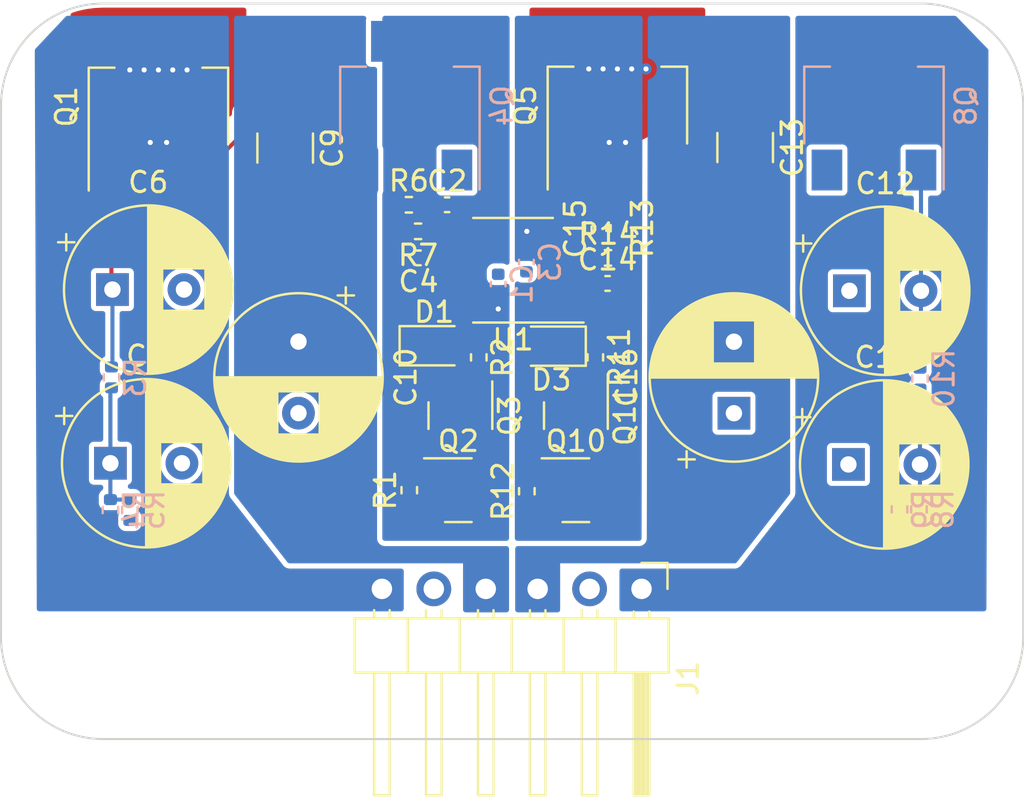
<source format=kicad_pcb>
(kicad_pcb (version 20221018) (generator pcbnew)
  (layers (0 "F.Cu" signal "Top") (1 "In1.Cu" signal "Sec Top") (2 "In2.Cu" signal "Sec Bot") (31 "B.Cu" signal "Bot") (34 "B.Paste" user) (35 "F.Paste" user) (36 "B.SilkS" user "B.Silkscreen") (37 "F.SilkS" user "F.Silkscreen") (38 "B.Mask" user) (39 "F.Mask" user) (44 "Edge.Cuts" user))
  (net 0 "")
  (net 1 "Net-(C2-Pad2)")
  (net 2 "Net-(D1-A)")
  (net 3 "GND")
  (net 4 "Net-(C5-Pad1)")
  (net 5 "+15V")
  (net 6 "+12V")
  (net 7 "Net-(Q2-B)")
  (net 8 "Net-(Q2-C)")
  (net 9 "Net-(C6-Pad1)")
  (net 10 "Net-(C11-Pad2)")
  (net 11 "Net-(C12-Pad2)")
  (net 12 "-12V")
  (net 13 "-15V")
  (net 14 "Net-(C15-Pad2)")
  (net 15 "Net-(Q10-B)")
  (net 16 "Net-(Q10-C)")
  (net 17 "Net-(D3-K)")
  (net 18 "Net-(U1B-+)")
  (net 19 "Net-(U1A-+)")
  (net 20 "V+")
  (net 21 "V-")
  (footprint "Package_SO:SOIC-8_3.9x4.9mm_P1.27mm" (layer "F.Cu") (at 75.045 63.055 180)
    (fp_text reference "U1" (at 0 -3.4) (layer "F.SilkS"))
    (fp_text value "LM4562")
    (pad "1" smd roundrect (at -2.475 -1.905 180) (size 1.95 0.6) (layers "F.Cu" "F.Paste" "F.Mask") (net 14 "Net-(C15-Pad2)"))
    (pad "2" smd roundrect (at -2.475 -0.635 180) (size 1.95 0.6) (layers "F.Cu" "F.Paste" "F.Mask") (net 17 "Net-(D3-K)"))
    (pad "3" smd roundrect (at -2.475 0.635 180) (size 1.95 0.6) (layers "F.Cu" "F.Paste" "F.Mask") (net 19 "Net-(U1A-+)"))
    (pad "4" smd roundrect (at -2.475 1.905 180) (size 1.95 0.6) (layers "F.Cu" "F.Paste" "F.Mask") (net 21 "V-"))
    (pad "5" smd roundrect (at 2.475 1.905 180) (size 1.95 0.6) (layers "F.Cu" "F.Paste" "F.Mask") (net 18 "Net-(U1B-+)"))
    (pad "6" smd roundrect (at 2.475 0.635 180) (size 1.95 0.6) (layers "F.Cu" "F.Paste" "F.Mask") (net 2 "Net-(D1-A)"))
    (pad "7" smd roundrect (at 2.475 -0.635 180) (size 1.95 0.6) (layers "F.Cu" "F.Paste" "F.Mask") (net 1 "Net-(C2-Pad2)"))
    (pad "8" smd roundrect (at 2.475 -1.905 180) (size 1.95 0.6) (layers "F.Cu" "F.Paste" "F.Mask") (net 20 "V+"))
  )
  (footprint "Package_TO_SOT_SMD:SOT-23" (layer "F.Cu") (at 72.37 73.82)
    (fp_text reference "Q2" (at 0 -2.4) (layer "F.SilkS"))
    (fp_text value "BC857")
    (pad "1" smd roundrect (at -0.9375 -0.95) (size 1.475 0.6) (layers "F.Cu" "F.Paste" "F.Mask") (net 7 "Net-(Q2-B)"))
    (pad "2" smd roundrect (at -0.9375 0.95) (size 1.475 0.6) (layers "F.Cu" "F.Paste" "F.Mask") (net 20 "V+"))
    (pad "3" smd roundrect (at 0.9375 0) (size 1.475 0.6) (layers "F.Cu" "F.Paste" "F.Mask") (net 8 "Net-(Q2-C)"))
  )
  (footprint "Package_TO_SOT_SMD:SOT-223" (layer "F.Cu") (at 80.15 55 90)
    (fp_text reference "Q5" (at 0 -4.5 90) (layer "F.SilkS"))
    (fp_text value "PZT2907AT3G")
    (pad "1" smd rect (at -3.15 -2.3 90) (size 2 1.5) (layers "F.Cu" "F.Paste" "F.Mask") (net 14 "Net-(C15-Pad2)"))
    (pad "2" smd rect (at -3.15 0 90) (size 2 1.5) (layers "F.Cu" "F.Paste" "F.Mask") (net 21 "V-"))
    (pad "3" smd rect (at -3.15 2.3 90) (size 2 1.5) (layers "F.Cu" "F.Paste" "F.Mask") (net 12 "-12V"))
    (pad "4" smd rect (at 3.15 0 90) (size 2 3.8) (layers "F.Cu" "F.Paste" "F.Mask") (net 21 "V-"))
  )
  (footprint "Resistor_SMD:R_0402_1005Metric" (layer "F.Cu") (at 79.69 62.45)
    (fp_text reference "R14" (at 0 -1.17) (layer "F.SilkS"))
    (fp_text value "2k4")
    (pad "1" smd roundrect (at -0.51 0) (size 0.54 0.64) (layers "F.Cu" "F.Paste" "F.Mask") (net 19 "Net-(U1A-+)"))
    (pad "2" smd roundrect (at 0.51 0) (size 0.54 0.64) (layers "F.Cu" "F.Paste" "F.Mask") (net 3 "GND"))
  )
  (footprint "Capacitor_THT:CP_Radial_D8.0mm_P3.50mm" (layer "F.Cu") (at 85.85 70.052651 90)
    (fp_text reference "C16" (at 1.75 -5.25 90) (layer "F.SilkS"))
    (fp_text value "100u")
    (pad "1" thru_hole rect (at 0 0 90) (size 1.6 1.6) (drill 0.8) (layers "*.Cu" "*.Mask") (net 3 "GND"))
    (pad "2" thru_hole circle (at 3.5 0 90) (size 1.6 1.6) (drill 0.8) (layers "*.Cu" "*.Mask") (net 12 "-12V"))
  )
  (footprint "Capacitor_SMD:C_0402_1005Metric" (layer "F.Cu") (at 71.82 59.85)
    (fp_text reference "C2" (at 0 -1.16) (layer "F.SilkS"))
    (fp_text value "100p")
    (pad "1" smd roundrect (at -0.48 0) (size 0.56 0.62) (layers "F.Cu" "F.Paste" "F.Mask") (net 18 "Net-(U1B-+)"))
    (pad "2" smd roundrect (at 0.48 0) (size 0.56 0.62) (layers "F.Cu" "F.Paste" "F.Mask") (net 1 "Net-(C2-Pad2)"))
  )
  (footprint "Package_TO_SOT_SMD:SOT-23" (layer "F.Cu") (at 72.47 70.17 -90)
    (fp_text reference "Q3" (at 0 -2.4 90) (layer "F.SilkS"))
    (fp_text value "BC857")
    (pad "1" smd roundrect (at -0.9375 -0.95 270) (size 1.475 0.6) (layers "F.Cu" "F.Paste" "F.Mask") (net 8 "Net-(Q2-C)"))
    (pad "2" smd roundrect (at -0.9375 0.95 270) (size 1.475 0.6) (layers "F.Cu" "F.Paste" "F.Mask") (net 7 "Net-(Q2-B)"))
    (pad "3" smd roundrect (at 0.9375 0 270) (size 1.475 0.6) (layers "F.Cu" "F.Paste" "F.Mask") (net 2 "Net-(D1-A)"))
  )
  (footprint "Package_TO_SOT_SMD:SOT-223" (layer "F.Cu") (at 57.7 55.05 90)
    (fp_text reference "Q1" (at 0 -4.5 90) (layer "F.SilkS"))
    (fp_text value "PZT2222AT3G")
    (pad "1" smd rect (at -3.15 -2.3 90) (size 2 1.5) (layers "F.Cu" "F.Paste" "F.Mask") (net 9 "Net-(C6-Pad1)"))
    (pad "2" smd rect (at -3.15 0 90) (size 2 1.5) (layers "F.Cu" "F.Paste" "F.Mask") (net 5 "+15V"))
    (pad "3" smd rect (at -3.15 2.3 90) (size 2 1.5) (layers "F.Cu" "F.Paste" "F.Mask") (net 20 "V+"))
    (pad "4" smd rect (at 3.15 0 90) (size 2 3.8) (layers "F.Cu" "F.Paste" "F.Mask") (net 5 "+15V"))
  )
  (footprint "Package_TO_SOT_SMD:SOT-23" (layer "F.Cu") (at 78.12 73.82)
    (fp_text reference "Q10" (at 0 -2.4) (layer "F.SilkS"))
    (fp_text value "BC857")
    (pad "1" smd roundrect (at -0.9375 -0.95) (size 1.475 0.6) (layers "F.Cu" "F.Paste" "F.Mask") (net 15 "Net-(Q10-B)"))
    (pad "2" smd roundrect (at -0.9375 0.95) (size 1.475 0.6) (layers "F.Cu" "F.Paste" "F.Mask") (net 21 "V-"))
    (pad "3" smd roundrect (at 0.9375 0) (size 1.475 0.6) (layers "F.Cu" "F.Paste" "F.Mask") (net 16 "Net-(Q10-C)"))
  )
  (footprint "Resistor_SMD:R_0402_1005Metric" (layer "F.Cu") (at 75.72 73.87 90)
    (fp_text reference "R12" (at 0 -1.17 90) (layer "F.SilkS"))
    (fp_text value "780R")
    (pad "1" smd roundrect (at -0.51 0 90) (size 0.54 0.64) (layers "F.Cu" "F.Paste" "F.Mask") (net 21 "V-"))
    (pad "2" smd roundrect (at 0.51 0 90) (size 0.54 0.64) (layers "F.Cu" "F.Paste" "F.Mask") (net 15 "Net-(Q10-B)"))
  )
  (footprint "Capacitor_THT:CP_Radial_D8.0mm_P3.50mm" (layer "F.Cu") (at 91.497349 64.06)
    (fp_text reference "C12" (at 1.75 -5.25) (layer "F.SilkS"))
    (fp_text value "100u")
    (pad "1" thru_hole rect (at 0 0) (size 1.6 1.6) (drill 0.8) (layers "*.Cu" "*.Mask") (net 3 "GND"))
    (pad "2" thru_hole circle (at 3.5 0) (size 1.6 1.6) (drill 0.8) (layers "*.Cu" "*.Mask") (net 11 "Net-(C12-Pad2)"))
  )
  (footprint "Capacitor_THT:CP_Radial_D8.0mm_P3.50mm" (layer "F.Cu") (at 91.45 72.56)
    (fp_text reference "C11" (at 1.75 -5.25) (layer "F.SilkS"))
    (fp_text value "100u")
    (pad "1" thru_hole rect (at 0 0) (size 1.6 1.6) (drill 0.8) (layers "*.Cu" "*.Mask") (net 3 "GND"))
    (pad "2" thru_hole circle (at 3.5 0) (size 1.6 1.6) (drill 0.8) (layers "*.Cu" "*.Mask") (net 10 "Net-(C11-Pad2)"))
  )
  (footprint "LED_SMD:LED_0805_2012Metric" (layer "F.Cu") (at 71.1825 66.75)
    (fp_text reference "D1" (at 0 -1.65) (layer "F.SilkS"))
    (fp_text value "LED")
    (pad "1" smd roundrect (at -0.9375 0) (size 0.975 1.4) (layers "F.Cu" "F.Paste" "F.Mask") (net 3 "GND"))
    (pad "2" smd roundrect (at 0.9375 0) (size 0.975 1.4) (layers "F.Cu" "F.Paste" "F.Mask") (net 2 "Net-(D1-A)"))
  )
  (footprint "Resistor_SMD:R_0402_1005Metric" (layer "F.Cu") (at 69.97 73.82 90)
    (fp_text reference "R1" (at 0 -1.17 90) (layer "F.SilkS"))
    (fp_text value "780R")
    (pad "1" smd roundrect (at -0.51 0 90) (size 0.54 0.64) (layers "F.Cu" "F.Paste" "F.Mask") (net 20 "V+"))
    (pad "2" smd roundrect (at 0.51 0 90) (size 0.54 0.64) (layers "F.Cu" "F.Paste" "F.Mask") (net 7 "Net-(Q2-B)"))
  )
  (footprint "Capacitor_THT:CP_Radial_D8.0mm_P3.50mm" (layer "F.Cu") (at 55.45 64)
    (fp_text reference "C6" (at 1.75 -5.25) (layer "F.SilkS"))
    (fp_text value "100u")
    (pad "1" thru_hole rect (at 0 0) (size 1.6 1.6) (drill 0.8) (layers "*.Cu" "*.Mask") (net 9 "Net-(C6-Pad1)"))
    (pad "2" thru_hole circle (at 3.5 0) (size 1.6 1.6) (drill 0.8) (layers "*.Cu" "*.Mask") (net 3 "GND"))
  )
  (footprint "Resistor_SMD:R_0402_1005Metric" (layer "F.Cu") (at 69.95 59.85)
    (fp_text reference "R6" (at 0 -1.17) (layer "F.SilkS"))
    (fp_text value "8k2")
    (pad "1" smd roundrect (at -0.51 0) (size 0.54 0.64) (layers "F.Cu" "F.Paste" "F.Mask") (net 6 "+12V"))
    (pad "2" smd roundrect (at 0.51 0) (size 0.54 0.64) (layers "F.Cu" "F.Paste" "F.Mask") (net 18 "Net-(U1B-+)"))
  )
  (footprint "Capacitor_SMD:C_0402_1005Metric" (layer "F.Cu") (at 79.25 61.02 90)
    (fp_text reference "C15" (at 0 -1.16 90) (layer "F.SilkS"))
    (fp_text value "100p")
    (pad "1" smd roundrect (at -0.48 0 90) (size 0.56 0.62) (layers "F.Cu" "F.Paste" "F.Mask") (net 19 "Net-(U1A-+)"))
    (pad "2" smd roundrect (at 0.48 0 90) (size 0.56 0.62) (layers "F.Cu" "F.Paste" "F.Mask") (net 14 "Net-(C15-Pad2)"))
  )
  (footprint "Capacitor_SMD:C_0402_1005Metric" (layer "F.Cu") (at 70.42 62.45 180)
    (fp_text reference "C4" (at 0 -1.16) (layer "F.SilkS"))
    (fp_text value "100n")
    (pad "1" smd roundrect (at -0.48 0 180) (size 0.56 0.62) (layers "F.Cu" "F.Paste" "F.Mask") (net 2 "Net-(D1-A)"))
    (pad "2" smd roundrect (at 0.48 0 180) (size 0.56 0.62) (layers "F.Cu" "F.Paste" "F.Mask") (net 3 "GND"))
  )
  (footprint "Connector_PinHeader_2.54mm:PinHeader_1x06_P2.54mm_Horizontal" (layer "F.Cu") (at 81.33 78.65 -90)
    (fp_text reference "J1" (at 4.385 -2.27 90) (layer "F.SilkS"))
    (fp_text value "Conn_01x06")
    (pad "1" thru_hole rect (at 0 0 270) (size 1.7 1.7) (drill 1) (layers "*.Cu" "*.Mask") (net 13 "-15V"))
    (pad "2" thru_hole oval (at 0 2.54 270) (size 1.7 1.7) (drill 1) (layers "*.Cu" "*.Mask") (net 3 "GND"))
    (pad "3" thru_hole oval (at 0 5.08 270) (size 1.7 1.7) (drill 1) (layers "*.Cu" "*.Mask") (net 12 "-12V"))
    (pad "4" thru_hole oval (at 0 7.62 270) (size 1.7 1.7) (drill 1) (layers "*.Cu" "*.Mask") (net 6 "+12V"))
    (pad "5" thru_hole oval (at 0 10.16 270) (size 1.7 1.7) (drill 1) (layers "*.Cu" "*.Mask") (net 3 "GND"))
    (pad "6" thru_hole oval (at 0 12.7 270) (size 1.7 1.7) (drill 1) (layers "*.Cu" "*.Mask") (net 5 "+15V"))
  )
  (footprint "Capacitor_SMD:C_1210_3225Metric" (layer "F.Cu") (at 86.4 57.05 -90)
    (fp_text reference "C13" (at 0 -2.3 90) (layer "F.SilkS"))
    (fp_text value "10u")
    (pad "1" smd roundrect (at -1.475 0 270) (size 1.15 2.7) (layers "F.Cu" "F.Paste" "F.Mask") (roundrect_rratio 0.217391) (net 21 "V-"))
    (pad "2" smd roundrect (at 1.475 0 270) (size 1.15 2.7) (layers "F.Cu" "F.Paste" "F.Mask") (roundrect_rratio 0.217391) (net 3 "GND"))
  )
  (footprint "Resistor_SMD:R_0402_1005Metric" (layer "F.Cu") (at 79.07 67.32 -90)
    (fp_text reference "R11" (at 0 -1.17 90) (layer "F.SilkS"))
    (fp_text value "10k")
    (pad "1" smd roundrect (at -0.51 0 270) (size 0.54 0.64) (layers "F.Cu" "F.Paste" "F.Mask") (net 3 "GND"))
    (pad "2" smd roundrect (at 0.51 0 270) (size 0.54 0.64) (layers "F.Cu" "F.Paste" "F.Mask") (net 16 "Net-(Q10-C)"))
  )
  (footprint "Resistor_SMD:R_0402_1005Metric" (layer "F.Cu") (at 70.4 61.15 180)
    (fp_text reference "R7" (at 0 -1.17) (layer "F.SilkS"))
    (fp_text value "2k4")
    (pad "1" smd roundrect (at -0.51 0 180) (size 0.54 0.64) (layers "F.Cu" "F.Paste" "F.Mask") (net 18 "Net-(U1B-+)"))
    (pad "2" smd roundrect (at 0.51 0 180) (size 0.54 0.64) (layers "F.Cu" "F.Paste" "F.Mask") (net 3 "GND"))
  )
  (footprint "Resistor_SMD:R_0402_1005Metric" (layer "F.Cu") (at 73.37 67.32 -90)
    (fp_text reference "R2" (at 0 -1.17 90) (layer "F.SilkS"))
    (fp_text value "10k")
    (pad "1" smd roundrect (at -0.51 0 270) (size 0.54 0.64) (layers "F.Cu" "F.Paste" "F.Mask") (net 3 "GND"))
    (pad "2" smd roundrect (at 0.51 0 270) (size 0.54 0.64) (layers "F.Cu" "F.Paste" "F.Mask") (net 8 "Net-(Q2-C)"))
  )
  (footprint "Capacitor_THT:CP_Radial_D8.0mm_P3.50mm" (layer "F.Cu") (at 55.35 72.5)
    (fp_text reference "C5" (at 1.75 -5.25) (layer "F.SilkS"))
    (fp_text value "100u")
    (pad "1" thru_hole rect (at 0 0) (size 1.6 1.6) (drill 0.8) (layers "*.Cu" "*.Mask") (net 4 "Net-(C5-Pad1)"))
    (pad "2" thru_hole circle (at 3.5 0) (size 1.6 1.6) (drill 0.8) (layers "*.Cu" "*.Mask") (net 3 "GND"))
  )
  (footprint "Package_TO_SOT_SMD:SOT-23" (layer "F.Cu") (at 78.12 70.17 -90)
    (fp_text reference "Q11" (at 0 -2.4 90) (layer "F.SilkS"))
    (fp_text value "BC857")
    (pad "1" smd roundrect (at -0.9375 -0.95 270) (size 1.475 0.6) (layers "F.Cu" "F.Paste" "F.Mask") (net 16 "Net-(Q10-C)"))
    (pad "2" smd roundrect (at -0.9375 0.95 270) (size 1.475 0.6) (layers "F.Cu" "F.Paste" "F.Mask") (net 15 "Net-(Q10-B)"))
    (pad "3" smd roundrect (at 0.9375 0 270) (size 1.475 0.6) (layers "F.Cu" "F.Paste" "F.Mask") (net 17 "Net-(D3-K)"))
  )
  (footprint "Capacitor_THT:CP_Radial_D8.0mm_P3.50mm" (layer "F.Cu") (at 64.55 66.547349 -90)
    (fp_text reference "C10" (at 1.75 -5.25 90) (layer "F.SilkS"))
    (fp_text value "100u")
    (pad "1" thru_hole rect (at 0 0 270) (size 1.6 1.6) (drill 0.8) (layers "*.Cu" "*.Mask") (net 6 "+12V"))
    (pad "2" thru_hole circle (at 3.5 0 270) (size 1.6 1.6) (drill 0.8) (layers "*.Cu" "*.Mask") (net 3 "GND"))
  )
  (footprint "Capacitor_SMD:C_1210_3225Metric" (layer "F.Cu") (at 63.9 57.075 -90)
    (fp_text reference "C9" (at 0 -2.3 -270) (layer "F.SilkS"))
    (fp_text value "10u")
    (pad "1" smd roundrect (at -1.475 0 270) (size 1.15 2.7) (layers "F.Cu" "F.Paste" "F.Mask") (roundrect_rratio 0.217391) (net 20 "V+"))
    (pad "2" smd roundrect (at 1.475 0 270) (size 1.15 2.7) (layers "F.Cu" "F.Paste" "F.Mask") (roundrect_rratio 0.217391) (net 3 "GND"))
  )
  (footprint "LED_SMD:LED_0805_2012Metric" (layer "F.Cu") (at 76.92 66.77 180)
    (fp_text reference "D3" (at 0 -1.65) (layer "F.SilkS"))
    (fp_text value "LED")
    (pad "1" smd roundrect (at -0.9375 0 180) (size 0.975 1.4) (layers "F.Cu" "F.Paste" "F.Mask") (net 17 "Net-(D3-K)"))
    (pad "2" smd roundrect (at 0.9375 0 180) (size 0.975 1.4) (layers "F.Cu" "F.Paste" "F.Mask") (net 3 "GND"))
  )
  (footprint "Capacitor_SMD:C_0402_1005Metric" (layer "F.Cu") (at 79.67 63.7)
    (fp_text reference "C14" (at 0 -1.16) (layer "F.SilkS"))
    (fp_text value "100n")
    (pad "1" smd roundrect (at -0.48 0) (size 0.56 0.62) (layers "F.Cu" "F.Paste" "F.Mask") (net 17 "Net-(D3-K)"))
    (pad "2" smd roundrect (at 0.48 0) (size 0.56 0.62) (layers "F.Cu" "F.Paste" "F.Mask") (net 3 "GND"))
  )
  (footprint "Resistor_SMD:R_0402_1005Metric" (layer "F.Cu") (at 80.2 61 -90)
    (fp_text reference "R13" (at 0 -1.17 90) (layer "F.SilkS"))
    (fp_text value "8k2")
    (pad "1" smd roundrect (at -0.51 0 270) (size 0.54 0.64) (layers "F.Cu" "F.Paste" "F.Mask") (net 12 "-12V"))
    (pad "2" smd roundrect (at 0.51 0 270) (size 0.54 0.64) (layers "F.Cu" "F.Paste" "F.Mask") (net 19 "Net-(U1A-+)"))
  )
  (footprint "Resistor_SMD:R_0402_1005Metric" (layer "B.Cu") (at 55.352651 74.79 90)
    (fp_text reference "R4" (at 0 1.17 90) (layer "B.SilkS") (effects (justify mirror)))
    (fp_text value "100R")
    (pad "1" smd roundrect (at -0.51 0 90) (size 0.54 0.64) (layers "B.Cu" "B.Paste" "B.Mask") (net 5 "+15V"))
    (pad "2" smd roundrect (at 0.51 0 90) (size 0.54 0.64) (layers "B.Cu" "B.Paste" "B.Mask") (net 4 "Net-(C5-Pad1)"))
  )
  (footprint "Resistor_SMD:R_0402_1005Metric" (layer "B.Cu") (at 56.302651 74.79 90)
    (fp_text reference "R5" (at 0 1.17 90) (layer "B.SilkS") (effects (justify mirror)))
    (fp_text value "100k")
    (pad "1" smd roundrect (at -0.51 0 90) (size 0.54 0.64) (layers "B.Cu" "B.Paste" "B.Mask") (net 3 "GND"))
    (pad "2" smd roundrect (at 0.51 0 90) (size 0.54 0.64) (layers "B.Cu" "B.Paste" "B.Mask") (net 4 "Net-(C5-Pad1)"))
  )
  (footprint "Resistor_SMD:R_0402_1005Metric" (layer "B.Cu") (at 94.95 68.36 90)
    (fp_text reference "R10" (at 0 1.17 90) (layer "B.SilkS") (effects (justify mirror)))
    (fp_text value "47R")
    (pad "1" smd roundrect (at -0.51 0 90) (size 0.54 0.64) (layers "B.Cu" "B.Paste" "B.Mask") (net 10 "Net-(C11-Pad2)"))
    (pad "2" smd roundrect (at 0.51 0 90) (size 0.54 0.64) (layers "B.Cu" "B.Paste" "B.Mask") (net 11 "Net-(C12-Pad2)"))
  )
  (footprint "Package_TO_SOT_SMD:SOT-223" (layer "B.Cu") (at 70 55 90)
    (fp_text reference "Q4" (at 0 4.5 90) (layer "B.SilkS") (effects (justify mirror)))
    (fp_text value "PZT2222AT3G")
    (pad "1" smd rect (at -3.15 2.3 90) (size 2 1.5) (layers "B.Cu" "B.Paste" "B.Mask") (net 1 "Net-(C2-Pad2)"))
    (pad "2" smd rect (at -3.15 0 90) (size 2 1.5) (layers "B.Cu" "B.Paste" "B.Mask") (net 20 "V+"))
    (pad "3" smd rect (at -3.15 -2.3 90) (size 2 1.5) (layers "B.Cu" "B.Paste" "B.Mask") (net 6 "+12V"))
    (pad "4" smd rect (at 3.15 0 90) (size 2 3.8) (layers "B.Cu" "B.Paste" "B.Mask") (net 20 "V+"))
  )
  (footprint "Resistor_SMD:R_0402_1005Metric" (layer "B.Cu") (at 55.402651 68.3 90)
    (fp_text reference "R3" (at 0 1.17 90) (layer "B.SilkS") (effects (justify mirror)))
    (fp_text value "47R")
    (pad "1" smd roundrect (at -0.51 0 90) (size 0.54 0.64) (layers "B.Cu" "B.Paste" "B.Mask") (net 4 "Net-(C5-Pad1)"))
    (pad "2" smd roundrect (at 0.51 0 90) (size 0.54 0.64) (layers "B.Cu" "B.Paste" "B.Mask") (net 9 "Net-(C6-Pad1)"))
  )
  (footprint "Capacitor_SMD:C_0402_1005Metric" (layer "B.Cu") (at 75.7 62.65 90)
    (fp_text reference "C3" (at 0 1.16 90) (layer "B.SilkS") (effects (justify mirror)))
    (fp_text value "100nF")
    (pad "1" smd roundrect (at -0.48 0 90) (size 0.56 0.62) (layers "B.Cu" "B.Paste" "B.Mask") (net 3 "GND"))
    (pad "2" smd roundrect (at 0.48 0 90) (size 0.56 0.62) (layers "B.Cu" "B.Paste" "B.Mask") (net 21 "V-"))
  )
  (footprint "Resistor_SMD:R_0402_1005Metric" (layer "B.Cu") (at 93.95 74.76 90)
    (fp_text reference "R9" (at 0 1.17 90) (layer "B.SilkS") (effects (justify mirror)))
    (fp_text value "100k")
    (pad "1" smd roundrect (at -0.51 0 90) (size 0.54 0.64) (layers "B.Cu" "B.Paste" "B.Mask") (net 3 "GND"))
    (pad "2" smd roundrect (at 0.51 0 90) (size 0.54 0.64) (layers "B.Cu" "B.Paste" "B.Mask") (net 10 "Net-(C11-Pad2)"))
  )
  (footprint "Resistor_SMD:R_0402_1005Metric" (layer "B.Cu") (at 94.9 74.76 90)
    (fp_text reference "R8" (at 0 1.17 90) (layer "B.SilkS") (effects (justify mirror)))
    (fp_text value "100R")
    (pad "1" smd roundrect (at -0.51 0 90) (size 0.54 0.64) (layers "B.Cu" "B.Paste" "B.Mask") (net 13 "-15V"))
    (pad "2" smd roundrect (at 0.51 0 90) (size 0.54 0.64) (layers "B.Cu" "B.Paste" "B.Mask") (net 10 "Net-(C11-Pad2)"))
  )
  (footprint "Package_TO_SOT_SMD:SOT-223" (layer "B.Cu") (at 92.7 55 90)
    (fp_text reference "Q8" (at 0 4.5 90) (layer "B.SilkS") (effects (justify mirror)))
    (fp_text value "PZT2907AT3G")
    (pad "1" smd rect (at -3.15 2.3 90) (size 2 1.5) (layers "B.Cu" "B.Paste" "B.Mask") (net 11 "Net-(C12-Pad2)"))
    (pad "2" smd rect (at -3.15 0 90) (size 2 1.5) (layers "B.Cu" "B.Paste" "B.Mask") (net 13 "-15V"))
    (pad "3" smd rect (at -3.15 -2.3 90) (size 2 1.5) (layers "B.Cu" "B.Paste" "B.Mask") (net 21 "V-"))
    (pad "4" smd rect (at 3.15 0 90) (size 2 3.8) (layers "B.Cu" "B.Paste" "B.Mask") (net 13 "-15V"))
  )
  (footprint "Capacitor_SMD:C_0402_1005Metric" (layer "B.Cu") (at 74.32 63.73 90)
    (fp_text reference "C1" (at 0 1.16 90) (layer "B.SilkS") (effects (justify mirror)))
    (fp_text value "100nF")
    (pad "1" smd roundrect (at -0.48 0 90) (size 0.56 0.62) (layers "B.Cu" "B.Paste" "B.Mask") (net 20 "V+"))
    (pad "2" smd roundrect (at 0.48 0 90) (size 0.56 0.62) (layers "B.Cu" "B.Paste" "B.Mask") (net 3 "GND"))
  )
  (gr_arc (start 55 86) (mid 51.464466 84.535534) (end 50 81) (stroke (width 0.1)) (layer "Edge.Cuts"))
  (gr_arc (start 95 50) (mid 98.535534 51.464466) (end 100 55) (stroke (width 0.1)) (layer "Edge.Cuts"))
  (gr_arc (start 50 55) (mid 51.464466 51.464466) (end 55 50) (stroke (width 0.1)) (layer "Edge.Cuts"))
  (gr_line (start 100 55) (end 100 81) (stroke (width 0.1)) (layer "Edge.Cuts"))
  (gr_line (start 50 81) (end 50 55) (stroke (width 0.1)) (layer "Edge.Cuts"))
  (gr_arc (start 100 81) (mid 98.535534 84.535534) (end 95 86) (stroke (width 0.1)) (layer "Edge.Cuts"))
  (gr_line (start 95 86) (end 55 86) (stroke (width 0.1)) (layer "Edge.Cuts"))
  (gr_line (start 55 50) (end 95 50) (stroke (width 0.1)) (layer "Edge.Cuts"))
  (segment (start 72.495 62.435) (end 72.836396 62.435) (width 0.2) (layer "F.Cu") (net 2))
  (segment (start 72.47 71.1075) (end 72.47 67.1) (width 0.2) (layer "F.Cu") (net 2))
  (segment (start 72.47 67.1) (end 72.12 66.75) (width 0.2) (layer "F.Cu") (net 2))
  (segment (start 72.46 62.47) (end 72.495 62.435) (width 0.2) (layer "F.Cu") (net 2))
  (segment (start 75.65 63.22) (end 75.7 63.17) (width 0.2) (layer "B.Cu") (net 3))
  (segment (start 55.35 74.277349) (end 55.352651 74.28) (width 0.2) (layer "B.Cu") (net 4))
  (segment (start 55.402651 68.81) (end 55.35 68.862651) (width 0.2) (layer "B.Cu") (net 4))
  (segment (start 55.35 72.5) (end 55.35 74.277349) (width 0.2) (layer "B.Cu") (net 4))
  (segment (start 56.302651 74.28) (end 55.352651 74.28) (width 0.2) (layer "B.Cu") (net 4))
  (segment (start 55.35 68.862651) (end 55.35 72.5) (width 0.2) (layer "B.Cu") (net 4))
  (via (at 57.7 53.25) (size 0.55) (drill 0.25) (layers "F.Cu" "B.Cu") (net 5))
  (via (at 58.1 56.8) (size 0.55) (drill 0.25) (layers "F.Cu" "B.Cu") (net 5))
  (via (at 56.3 53.25) (size 0.55) (drill 0.25) (layers "F.Cu" "B.Cu") (net 5))
  (via (at 57.3 56.8) (size 0.55) (drill 0.25) (layers "F.Cu" "B.Cu") (net 5))
  (via (at 57 53.25) (size 0.55) (drill 0.25) (layers "F.Cu" "B.Cu") (net 5))
  (via (at 59.1 53.25) (size 0.55) (drill 0.25) (layers "F.Cu" "B.Cu") (net 5))
  (via (at 58.4 53.25) (size 0.55) (drill 0.25) (layers "F.Cu" "B.Cu") (net 5))
  (segment (start 71.52 72.695) (end 71.4325 72.7825) (width 0.2) (layer "F.Cu") (net 7))
  (segment (start 71.4325 72.87) (end 70.41 72.87) (width 0.2) (layer "F.Cu") (net 7))
  (segment (start 70.41 72.87) (end 69.97 73.31) (width 0.2) (layer "F.Cu") (net 7))
  (segment (start 71.52 69.1325) (end 71.52 72.695) (width 0.2) (layer "F.Cu") (net 7))
  (segment (start 71.42 72.77) (end 71.4325 72.7825) (width 0.2) (layer "F.Cu") (net 7))
  (segment (start 73.42 69.1325) (end 73.42 73.62) (width 0.2) (layer "F.Cu") (net 8))
  (segment (start 73.42 73.62) (end 73.3075 73.7325) (width 0.2) (layer "F.Cu") (net 8))
  (segment (start 73.37 67.83) (end 73.37 69.67) (width 0.2) (layer "F.Cu") (net 8))
  (segment (start 73.37 69.0825) (end 73.42 69.1325) (width 0.2) (layer "F.Cu") (net 8))
  (segment (start 55.4 58.2) (end 55.4 63.95) (width 0.2) (layer "F.Cu") (net 9))
  (segment (start 55 63.55) (end 55.45 64) (width 0.2) (layer "F.Cu") (net 9))
  (segment (start 55.4 63.95) (end 55.45 64) (width 0.2) (layer "F.Cu") (net 9))
  (segment (start 55.45 64) (end 55.45 67.742651) (width 0.2) (layer "B.Cu") (net 9))
  (segment (start 55.45 67.742651) (end 55.402651 67.79) (width 0.2) (layer "B.Cu") (net 9))
  (segment (start 94.95 74.2) (end 94.9 74.25) (width 0.2) (layer "B.Cu") (net 10))
  (segment (start 93.95 74.25) (end 94.9 74.25) (width 0.2) (layer "B.Cu") (net 10))
  (segment (start 94.95 72.56) (end 94.95 74.2) (width 0.2) (layer "B.Cu") (net 10))
  (segment (start 94.95 68.87) (end 94.95 72.56) (width 0.2) (layer "B.Cu") (net 10))
  (segment (start 95 64.057349) (end 94.997349 64.06) (width 0.2) (layer "B.Cu") (net 11))
  (segment (start 94.997349 67.802651) (end 94.95 67.85) (width 0.2) (layer "B.Cu") (net 11))
  (segment (start 95 58.15) (end 95 64.057349) (width 0.2) (layer "B.Cu") (net 11))
  (segment (start 94.997349 64.06) (end 94.997349 67.802651) (width 0.2) (layer "B.Cu") (net 11))
  (segment (start 77.45 64.97) (end 77.445 64.975) (width 0.2) (layer "F.Cu") (net 14))
  (segment (start 77.55 64.87) (end 77.445 64.975) (width 0.2) (layer "F.Cu") (net 14))
  (segment (start 77.17 68.93875) (end 77.17 72.60125) (width 0.2) (layer "F.Cu") (net 15))
  (segment (start 76.21 72.87) (end 75.72 73.36) (width 0.2) (layer "F.Cu") (net 15))
  (segment (start 77.1325 72.66375) (end 77.1825 72.61375) (width 0.2) (layer "F.Cu") (net 15))
  (segment (start 77.17 72.60125) (end 77.1825 72.61375) (width 0.2) (layer "F.Cu") (net 15))
  (segment (start 77.1825 72.87) (end 76.21 72.87) (width 0.2) (layer "F.Cu") (net 15))
  (segment (start 79.17 68.83875) (end 79.07 68.93875) (width 0.2) (layer "F.Cu") (net 16))
  (segment (start 79.07 67.83) (end 79.07 69.2325) (width 0.2) (layer "F.Cu") (net 16))
  (segment (start 79.0575 73.72) (end 79.0575 69.1075) (width 0.2) (layer "F.Cu") (net 16))
  (segment (start 77.55 63.6) (end 77.445 63.705) (width 0.2) (layer "F.Cu") (net 17))
  (segment (start 78.12 71.1075) (end 78.12 67.0325) (width 0.2) (layer "F.Cu") (net 17))
  (segment (start 78.12 67.0325) (end 77.8575 66.77) (width 0.2) (layer "F.Cu") (net 17))
  (segment (start 77.445 62.435) (end 78.235 62.435) (width 0.2) (layer "F.Cu") (net 19))
  (segment (start 77.65 62.64) (end 77.445 62.435) (width 0.2) (layer "F.Cu") (net 19))
  (segment (start 72.57 64.96) (end 74.31 64.96) (width 0.2) (layer "F.Cu") (net 20))
  (segment (start 62.525 55.675) (end 60 58.2) (width 0.2) (layer "F.Cu") (net 20))
  (segment (start 70.41 74.77) (end 69.97 74.33) (width 0.2) (layer "F.Cu") (net 20))
  (segment (start 74.31 64.96) (end 74.32 64.95) (width 0.2) (layer "F.Cu") (net 20))
  (segment (start 71.4325 74.77) (end 70.41 74.77) (width 0.2) (layer "F.Cu") (net 20))
  (segment (start 72.59 65.07) (end 72.495 64.975) (width 0.2) (layer "F.Cu") (net 20))
  (segment (start 62.9 55.675) (end 62.525 55.675) (width 0.2) (layer "F.Cu") (net 20))
  (via (at 74.32 64.95) (size 0.55) (drill 0.25) (layers "F.Cu" "B.Cu") (net 20))
  (segment (start 74.32 64.21) (end 74.32 64.95) (width 0.2) (layer "B.Cu") (net 20))
  (segment (start 77.12625 74.72625) (end 77.1825 74.67) (width 0.2) (layer "F.Cu") (net 21))
  (segment (start 77.1825 74.77) (end 76.11 74.77) (width 0.2) (layer "F.Cu") (net 21))
  (segment (start 76.11 74.77) (end 75.72 74.38) (width 0.2) (layer "F.Cu") (net 21))
  (segment (start 77.52 61.15) (end 75.72 61.15) (width 0.2) (layer "F.Cu") (net 21))
  (via (at 79.45 53.2) (size 0.55) (drill 0.25) (layers "F.Cu" "B.Cu") (net 21))
  (via (at 79.75 56.8) (size 0.55) (drill 0.25) (layers "F.Cu" "B.Cu") (net 21))
  (via (at 75.72 61.15) (size 0.55) (drill 0.25) (layers "F.Cu" "B.Cu") (net 21))
  (via (at 80.85 53.2) (size 0.55) (drill 0.25) (layers "F.Cu" "B.Cu") (net 21))
  (via (at 81.55 53.2) (size 0.55) (drill 0.25) (layers "F.Cu" "B.Cu") (net 21))
  (via (at 80.55 56.8) (size 0.55) (drill 0.25) (layers "F.Cu" "B.Cu") (net 21))
  (via (at 78.75 53.2) (size 0.55) (drill 0.25) (layers "F.Cu" "B.Cu") (net 21))
  (via (at 80.15 53.2) (size 0.55) (drill 0.25) (layers "F.Cu" "B.Cu") (net 21))
  (segment (start 75.67 62.17) (end 75.67 61.2) (width 0.2) (layer "B.Cu") (net 21))
  (segment (start 75.67 61.2) (end 75.72 61.15) (width 0.2) (layer "B.Cu") (net 21))
  (zone (net 5) (net_name "+15V") (layer "F.Cu") (priority 3) (connect_pads yes (clearance 0.25)) (min_thickness 0.25) (fill yes (thermal_gap 0.5) (thermal_bridge_width 0.5))
    (polygon (pts (xy 56.8 59.3) (xy 58.6 59.3) (xy 58.6 56.9) (xy 62 55.1) (xy 62 50.2) (xy 53.4 50.2) (xy 53.4 55.1) (xy 56.8 56.9)))
  )
  (zone (net 21) (net_name "V-") (layer "F.Cu") (priority 3) (connect_pads yes (clearance 0.25)) (min_thickness 0.25) (fill yes (thermal_gap 0.5) (thermal_bridge_width 0.5))
    (polygon (pts (xy 79.247568 59.245405) (xy 81.047568 59.245405) (xy 81.047568 56.845405) (xy 84.447568 55.045405) (xy 84.447568 50.145405) (xy 75.847568 50.145405) (xy 75.847568 55.045405) (xy 79.247568 56.845405)))
  )
  (zone (net 20) (net_name "V+") (layer "B.Cu") (priority 2) (connect_pads yes (clearance 0.25)) (min_thickness 0.25) (fill yes (thermal_gap 0.5) (thermal_bridge_width 0.5))
    (polygon (pts (xy 74.85 76.3) (xy 68.65 76.3) (xy 68.65 50.6) (xy 74.9 50.6)))
  )
  (zone (net 13) (net_name "-15V") (layer "B.Cu") (connect_pads yes (clearance 0.25)) (min_thickness 0.25) (fill yes (thermal_gap 0.5) (thermal_bridge_width 0.5))
    (polygon (pts (xy 80.25 79.75) (xy 98.2 79.75) (xy 98.3 52.25) (xy 96.7 50.6) (xy 88.5 50.6) (xy 88.5 52.35) (xy 88.6 74.05) (xy 85.5 77.55) (xy 80.25 77.55)))
  )
  (zone (net 6) (net_name "+12V") (layer "B.Cu") (priority 1) (connect_pads yes (clearance 0.25)) (min_thickness 0.25) (fill yes (thermal_gap 0.5) (thermal_bridge_width 0.5))
    (polygon (pts (xy 74.85 79.8) (xy 72.6 79.8) (xy 72.6 77.4) (xy 64.05 77.4) (xy 61.4 74) (xy 61.4 50.6) (xy 68.55 50.6) (xy 68.55 76.4) (xy 74.85 76.4) (xy 74.85 77.95)))
  )
  (zone (net 21) (net_name "V-") (layer "B.Cu") (priority 2) (connect_pads yes (clearance 0.25)) (min_thickness 0.25) (fill yes (thermal_gap 0.5) (thermal_bridge_width 0.5))
    (polygon (pts (xy 81.33288 76.299675) (xy 75.13288 76.299675) (xy 75.13288 50.599675) (xy 81.38288 50.599675)))
  )
  (zone (net 5) (net_name "+15V") (layer "B.Cu") (connect_pads yes (clearance 0.25)) (min_thickness 0.25) (fill yes (thermal_gap 0.5) (thermal_bridge_width 0.5))
    (polygon (pts (xy 69.7 79.75) (xy 51.75 79.75) (xy 51.65 52.25) (xy 53.2 50.6) (xy 61.35 50.6) (xy 61.35 52.35) (xy 61.35 74.05) (xy 64.45 77.55) (xy 69.7 77.55)))
  )
  (zone (net 12) (net_name "-12V") (layer "B.Cu") (priority 1) (connect_pads yes (clearance 0.25)) (min_thickness 0.25) (fill yes (thermal_gap 0.5) (thermal_bridge_width 0.5))
    (polygon (pts (xy 75.15 79.8) (xy 77.35 79.8) (xy 77.35 77.4) (xy 85.95 77.4) (xy 88.6 74) (xy 88.6 50.6) (xy 81.45 50.6) (xy 81.45 76.4) (xy 75.15 76.4) (xy 75.15 77.95)))
  )
)
</source>
